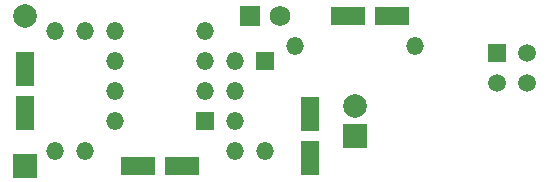
<source format=gts>
G04 (created by PCBNEW (2013-07-07 BZR 4022)-stable) date Sat 06 Aug 2022 08:08:16 PM CDT*
%MOIN*%
G04 Gerber Fmt 3.4, Leading zero omitted, Abs format*
%FSLAX34Y34*%
G01*
G70*
G90*
G04 APERTURE LIST*
%ADD10C,0.00590551*%
%ADD11R,0.059X0.059*%
%ADD12C,0.059*%
%ADD13O,0.059X0.059*%
%ADD14R,0.059X0.114*%
%ADD15R,0.114X0.059*%
%ADD16R,0.069X0.069*%
%ADD17C,0.069*%
%ADD18C,0.079*%
%ADD19R,0.079X0.079*%
G04 APERTURE END LIST*
G54D10*
G54D11*
X80750Y-55250D03*
G54D12*
X81750Y-56250D03*
X81750Y-55250D03*
X80750Y-56250D03*
G54D13*
X67000Y-54500D03*
X67000Y-58500D03*
X66000Y-58500D03*
X66000Y-54500D03*
X74000Y-55000D03*
X78000Y-55000D03*
G54D11*
X71000Y-57500D03*
G54D13*
X71000Y-56500D03*
X71000Y-55500D03*
X71000Y-54500D03*
X68000Y-54500D03*
X68000Y-55500D03*
X68000Y-57500D03*
X68000Y-56500D03*
G54D14*
X74500Y-58725D03*
X74500Y-57275D03*
X65000Y-57225D03*
X65000Y-55775D03*
G54D15*
X68775Y-59000D03*
X70225Y-59000D03*
X75775Y-54000D03*
X77225Y-54000D03*
G54D16*
X72500Y-54000D03*
G54D17*
X73500Y-54000D03*
G54D18*
X65000Y-54000D03*
G54D19*
X65000Y-59000D03*
G54D18*
X76000Y-57000D03*
G54D19*
X76000Y-58000D03*
G54D13*
X72000Y-55500D03*
X72000Y-56500D03*
G54D11*
X73000Y-55500D03*
G54D13*
X73000Y-58500D03*
X72000Y-58500D03*
X72000Y-57500D03*
M02*

</source>
